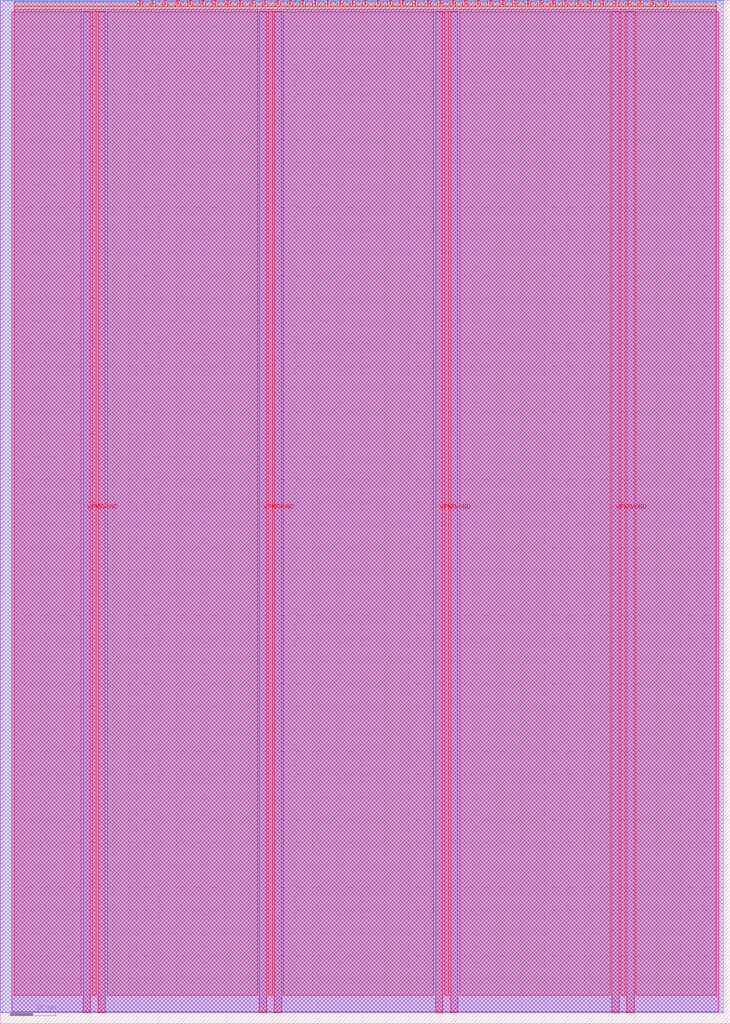
<source format=lef>
VERSION 5.7 ;
  NOWIREEXTENSIONATPIN ON ;
  DIVIDERCHAR "/" ;
  BUSBITCHARS "[]" ;
MACRO tt_um_htfab_bouncy_capsule
  CLASS BLOCK ;
  FOREIGN tt_um_htfab_bouncy_capsule ;
  ORIGIN 0.000 0.000 ;
  SIZE 161.000 BY 225.760 ;
  PIN VGND
    DIRECTION INOUT ;
    USE GROUND ;
    PORT
      LAYER met4 ;
        RECT 21.580 2.480 23.180 223.280 ;
    END
    PORT
      LAYER met4 ;
        RECT 60.450 2.480 62.050 223.280 ;
    END
    PORT
      LAYER met4 ;
        RECT 99.320 2.480 100.920 223.280 ;
    END
    PORT
      LAYER met4 ;
        RECT 138.190 2.480 139.790 223.280 ;
    END
  END VGND
  PIN VPWR
    DIRECTION INOUT ;
    USE POWER ;
    PORT
      LAYER met4 ;
        RECT 18.280 2.480 19.880 223.280 ;
    END
    PORT
      LAYER met4 ;
        RECT 57.150 2.480 58.750 223.280 ;
    END
    PORT
      LAYER met4 ;
        RECT 96.020 2.480 97.620 223.280 ;
    END
    PORT
      LAYER met4 ;
        RECT 134.890 2.480 136.490 223.280 ;
    END
  END VPWR
  PIN clk
    DIRECTION INPUT ;
    USE SIGNAL ;
    ANTENNAGATEAREA 0.852000 ;
    PORT
      LAYER met4 ;
        RECT 143.830 224.760 144.130 225.760 ;
    END
  END clk
  PIN ena
    DIRECTION INPUT ;
    USE SIGNAL ;
    PORT
      LAYER met4 ;
        RECT 146.590 224.760 146.890 225.760 ;
    END
  END ena
  PIN rst_n
    DIRECTION INPUT ;
    USE SIGNAL ;
    ANTENNAGATEAREA 0.196500 ;
    ANTENNADIFFAREA 0.434700 ;
    PORT
      LAYER met4 ;
        RECT 141.070 224.760 141.370 225.760 ;
    END
  END rst_n
  PIN ui_in[0]
    DIRECTION INPUT ;
    USE SIGNAL ;
    ANTENNAGATEAREA 0.196500 ;
    ANTENNADIFFAREA 0.434700 ;
    PORT
      LAYER met4 ;
        RECT 138.310 224.760 138.610 225.760 ;
    END
  END ui_in[0]
  PIN ui_in[1]
    DIRECTION INPUT ;
    USE SIGNAL ;
    ANTENNAGATEAREA 0.196500 ;
    ANTENNADIFFAREA 0.434700 ;
    PORT
      LAYER met4 ;
        RECT 135.550 224.760 135.850 225.760 ;
    END
  END ui_in[1]
  PIN ui_in[2]
    DIRECTION INPUT ;
    USE SIGNAL ;
    ANTENNAGATEAREA 0.196500 ;
    ANTENNADIFFAREA 0.434700 ;
    PORT
      LAYER met4 ;
        RECT 132.790 224.760 133.090 225.760 ;
    END
  END ui_in[2]
  PIN ui_in[3]
    DIRECTION INPUT ;
    USE SIGNAL ;
    ANTENNAGATEAREA 0.196500 ;
    ANTENNADIFFAREA 0.434700 ;
    PORT
      LAYER met4 ;
        RECT 130.030 224.760 130.330 225.760 ;
    END
  END ui_in[3]
  PIN ui_in[4]
    DIRECTION INPUT ;
    USE SIGNAL ;
    ANTENNAGATEAREA 0.196500 ;
    ANTENNADIFFAREA 0.434700 ;
    PORT
      LAYER met4 ;
        RECT 127.270 224.760 127.570 225.760 ;
    END
  END ui_in[4]
  PIN ui_in[5]
    DIRECTION INPUT ;
    USE SIGNAL ;
    ANTENNAGATEAREA 0.126000 ;
    PORT
      LAYER met4 ;
        RECT 124.510 224.760 124.810 225.760 ;
    END
  END ui_in[5]
  PIN ui_in[6]
    DIRECTION INPUT ;
    USE SIGNAL ;
    ANTENNAGATEAREA 0.196500 ;
    PORT
      LAYER met4 ;
        RECT 121.750 224.760 122.050 225.760 ;
    END
  END ui_in[6]
  PIN ui_in[7]
    DIRECTION INPUT ;
    USE SIGNAL ;
    ANTENNAGATEAREA 0.196500 ;
    PORT
      LAYER met4 ;
        RECT 118.990 224.760 119.290 225.760 ;
    END
  END ui_in[7]
  PIN uio_in[0]
    DIRECTION INPUT ;
    USE SIGNAL ;
    PORT
      LAYER met4 ;
        RECT 116.230 224.760 116.530 225.760 ;
    END
  END uio_in[0]
  PIN uio_in[1]
    DIRECTION INPUT ;
    USE SIGNAL ;
    PORT
      LAYER met4 ;
        RECT 113.470 224.760 113.770 225.760 ;
    END
  END uio_in[1]
  PIN uio_in[2]
    DIRECTION INPUT ;
    USE SIGNAL ;
    PORT
      LAYER met4 ;
        RECT 110.710 224.760 111.010 225.760 ;
    END
  END uio_in[2]
  PIN uio_in[3]
    DIRECTION INPUT ;
    USE SIGNAL ;
    PORT
      LAYER met4 ;
        RECT 107.950 224.760 108.250 225.760 ;
    END
  END uio_in[3]
  PIN uio_in[4]
    DIRECTION INPUT ;
    USE SIGNAL ;
    PORT
      LAYER met4 ;
        RECT 105.190 224.760 105.490 225.760 ;
    END
  END uio_in[4]
  PIN uio_in[5]
    DIRECTION INPUT ;
    USE SIGNAL ;
    PORT
      LAYER met4 ;
        RECT 102.430 224.760 102.730 225.760 ;
    END
  END uio_in[5]
  PIN uio_in[6]
    DIRECTION INPUT ;
    USE SIGNAL ;
    PORT
      LAYER met4 ;
        RECT 99.670 224.760 99.970 225.760 ;
    END
  END uio_in[6]
  PIN uio_in[7]
    DIRECTION INPUT ;
    USE SIGNAL ;
    PORT
      LAYER met4 ;
        RECT 96.910 224.760 97.210 225.760 ;
    END
  END uio_in[7]
  PIN uio_oe[0]
    DIRECTION OUTPUT ;
    USE SIGNAL ;
    ANTENNADIFFAREA 0.445500 ;
    PORT
      LAYER met4 ;
        RECT 49.990 224.760 50.290 225.760 ;
    END
  END uio_oe[0]
  PIN uio_oe[1]
    DIRECTION OUTPUT ;
    USE SIGNAL ;
    ANTENNADIFFAREA 0.445500 ;
    PORT
      LAYER met4 ;
        RECT 47.230 224.760 47.530 225.760 ;
    END
  END uio_oe[1]
  PIN uio_oe[2]
    DIRECTION OUTPUT ;
    USE SIGNAL ;
    ANTENNADIFFAREA 0.445500 ;
    PORT
      LAYER met4 ;
        RECT 44.470 224.760 44.770 225.760 ;
    END
  END uio_oe[2]
  PIN uio_oe[3]
    DIRECTION OUTPUT ;
    USE SIGNAL ;
    ANTENNADIFFAREA 0.445500 ;
    PORT
      LAYER met4 ;
        RECT 41.710 224.760 42.010 225.760 ;
    END
  END uio_oe[3]
  PIN uio_oe[4]
    DIRECTION OUTPUT ;
    USE SIGNAL ;
    ANTENNADIFFAREA 0.445500 ;
    PORT
      LAYER met4 ;
        RECT 38.950 224.760 39.250 225.760 ;
    END
  END uio_oe[4]
  PIN uio_oe[5]
    DIRECTION OUTPUT ;
    USE SIGNAL ;
    ANTENNADIFFAREA 0.445500 ;
    PORT
      LAYER met4 ;
        RECT 36.190 224.760 36.490 225.760 ;
    END
  END uio_oe[5]
  PIN uio_oe[6]
    DIRECTION OUTPUT ;
    USE SIGNAL ;
    ANTENNADIFFAREA 0.445500 ;
    PORT
      LAYER met4 ;
        RECT 33.430 224.760 33.730 225.760 ;
    END
  END uio_oe[6]
  PIN uio_oe[7]
    DIRECTION OUTPUT ;
    USE SIGNAL ;
    ANTENNADIFFAREA 0.445500 ;
    PORT
      LAYER met4 ;
        RECT 30.670 224.760 30.970 225.760 ;
    END
  END uio_oe[7]
  PIN uio_out[0]
    DIRECTION OUTPUT ;
    USE SIGNAL ;
    ANTENNADIFFAREA 0.445500 ;
    PORT
      LAYER met4 ;
        RECT 72.070 224.760 72.370 225.760 ;
    END
  END uio_out[0]
  PIN uio_out[1]
    DIRECTION OUTPUT ;
    USE SIGNAL ;
    ANTENNADIFFAREA 0.445500 ;
    PORT
      LAYER met4 ;
        RECT 69.310 224.760 69.610 225.760 ;
    END
  END uio_out[1]
  PIN uio_out[2]
    DIRECTION OUTPUT ;
    USE SIGNAL ;
    ANTENNADIFFAREA 0.445500 ;
    PORT
      LAYER met4 ;
        RECT 66.550 224.760 66.850 225.760 ;
    END
  END uio_out[2]
  PIN uio_out[3]
    DIRECTION OUTPUT ;
    USE SIGNAL ;
    ANTENNADIFFAREA 0.445500 ;
    PORT
      LAYER met4 ;
        RECT 63.790 224.760 64.090 225.760 ;
    END
  END uio_out[3]
  PIN uio_out[4]
    DIRECTION OUTPUT ;
    USE SIGNAL ;
    ANTENNADIFFAREA 0.445500 ;
    PORT
      LAYER met4 ;
        RECT 61.030 224.760 61.330 225.760 ;
    END
  END uio_out[4]
  PIN uio_out[5]
    DIRECTION OUTPUT ;
    USE SIGNAL ;
    ANTENNADIFFAREA 0.445500 ;
    PORT
      LAYER met4 ;
        RECT 58.270 224.760 58.570 225.760 ;
    END
  END uio_out[5]
  PIN uio_out[6]
    DIRECTION OUTPUT ;
    USE SIGNAL ;
    ANTENNADIFFAREA 0.445500 ;
    PORT
      LAYER met4 ;
        RECT 55.510 224.760 55.810 225.760 ;
    END
  END uio_out[6]
  PIN uio_out[7]
    DIRECTION OUTPUT ;
    USE SIGNAL ;
    ANTENNADIFFAREA 0.445500 ;
    PORT
      LAYER met4 ;
        RECT 52.750 224.760 53.050 225.760 ;
    END
  END uio_out[7]
  PIN uo_out[0]
    DIRECTION OUTPUT ;
    USE SIGNAL ;
    ANTENNADIFFAREA 0.445500 ;
    PORT
      LAYER met4 ;
        RECT 94.150 224.760 94.450 225.760 ;
    END
  END uo_out[0]
  PIN uo_out[1]
    DIRECTION OUTPUT ;
    USE SIGNAL ;
    ANTENNADIFFAREA 0.445500 ;
    PORT
      LAYER met4 ;
        RECT 91.390 224.760 91.690 225.760 ;
    END
  END uo_out[1]
  PIN uo_out[2]
    DIRECTION OUTPUT ;
    USE SIGNAL ;
    ANTENNADIFFAREA 0.445500 ;
    PORT
      LAYER met4 ;
        RECT 88.630 224.760 88.930 225.760 ;
    END
  END uo_out[2]
  PIN uo_out[3]
    DIRECTION OUTPUT ;
    USE SIGNAL ;
    ANTENNADIFFAREA 0.445500 ;
    PORT
      LAYER met4 ;
        RECT 85.870 224.760 86.170 225.760 ;
    END
  END uo_out[3]
  PIN uo_out[4]
    DIRECTION OUTPUT ;
    USE SIGNAL ;
    ANTENNADIFFAREA 0.445500 ;
    PORT
      LAYER met4 ;
        RECT 83.110 224.760 83.410 225.760 ;
    END
  END uo_out[4]
  PIN uo_out[5]
    DIRECTION OUTPUT ;
    USE SIGNAL ;
    ANTENNADIFFAREA 0.445500 ;
    PORT
      LAYER met4 ;
        RECT 80.350 224.760 80.650 225.760 ;
    END
  END uo_out[5]
  PIN uo_out[6]
    DIRECTION OUTPUT ;
    USE SIGNAL ;
    ANTENNADIFFAREA 0.445500 ;
    PORT
      LAYER met4 ;
        RECT 77.590 224.760 77.890 225.760 ;
    END
  END uo_out[6]
  PIN uo_out[7]
    DIRECTION OUTPUT ;
    USE SIGNAL ;
    ANTENNADIFFAREA 0.445500 ;
    PORT
      LAYER met4 ;
        RECT 74.830 224.760 75.130 225.760 ;
    END
  END uo_out[7]
  OBS
      LAYER nwell ;
        RECT 2.570 2.635 158.430 223.230 ;
      LAYER li1 ;
        RECT 2.760 2.635 158.240 223.125 ;
      LAYER met1 ;
        RECT 0.070 2.480 159.550 225.720 ;
      LAYER met2 ;
        RECT 0.100 2.535 159.530 225.750 ;
      LAYER met3 ;
        RECT 0.525 2.555 159.555 225.585 ;
      LAYER met4 ;
        RECT 3.055 224.360 30.270 225.410 ;
        RECT 31.370 224.360 33.030 225.410 ;
        RECT 34.130 224.360 35.790 225.410 ;
        RECT 36.890 224.360 38.550 225.410 ;
        RECT 39.650 224.360 41.310 225.410 ;
        RECT 42.410 224.360 44.070 225.410 ;
        RECT 45.170 224.360 46.830 225.410 ;
        RECT 47.930 224.360 49.590 225.410 ;
        RECT 50.690 224.360 52.350 225.410 ;
        RECT 53.450 224.360 55.110 225.410 ;
        RECT 56.210 224.360 57.870 225.410 ;
        RECT 58.970 224.360 60.630 225.410 ;
        RECT 61.730 224.360 63.390 225.410 ;
        RECT 64.490 224.360 66.150 225.410 ;
        RECT 67.250 224.360 68.910 225.410 ;
        RECT 70.010 224.360 71.670 225.410 ;
        RECT 72.770 224.360 74.430 225.410 ;
        RECT 75.530 224.360 77.190 225.410 ;
        RECT 78.290 224.360 79.950 225.410 ;
        RECT 81.050 224.360 82.710 225.410 ;
        RECT 83.810 224.360 85.470 225.410 ;
        RECT 86.570 224.360 88.230 225.410 ;
        RECT 89.330 224.360 90.990 225.410 ;
        RECT 92.090 224.360 93.750 225.410 ;
        RECT 94.850 224.360 96.510 225.410 ;
        RECT 97.610 224.360 99.270 225.410 ;
        RECT 100.370 224.360 102.030 225.410 ;
        RECT 103.130 224.360 104.790 225.410 ;
        RECT 105.890 224.360 107.550 225.410 ;
        RECT 108.650 224.360 110.310 225.410 ;
        RECT 111.410 224.360 113.070 225.410 ;
        RECT 114.170 224.360 115.830 225.410 ;
        RECT 116.930 224.360 118.590 225.410 ;
        RECT 119.690 224.360 121.350 225.410 ;
        RECT 122.450 224.360 124.110 225.410 ;
        RECT 125.210 224.360 126.870 225.410 ;
        RECT 127.970 224.360 129.630 225.410 ;
        RECT 130.730 224.360 132.390 225.410 ;
        RECT 133.490 224.360 135.150 225.410 ;
        RECT 136.250 224.360 137.910 225.410 ;
        RECT 139.010 224.360 140.670 225.410 ;
        RECT 141.770 224.360 143.430 225.410 ;
        RECT 144.530 224.360 146.190 225.410 ;
        RECT 147.290 224.360 157.945 225.410 ;
        RECT 3.055 223.680 157.945 224.360 ;
        RECT 3.055 6.295 17.880 223.680 ;
        RECT 20.280 6.295 21.180 223.680 ;
        RECT 23.580 6.295 56.750 223.680 ;
        RECT 59.150 6.295 60.050 223.680 ;
        RECT 62.450 6.295 95.620 223.680 ;
        RECT 98.020 6.295 98.920 223.680 ;
        RECT 101.320 6.295 134.490 223.680 ;
        RECT 136.890 6.295 137.790 223.680 ;
        RECT 140.190 6.295 157.945 223.680 ;
  END
END tt_um_htfab_bouncy_capsule
END LIBRARY


</source>
